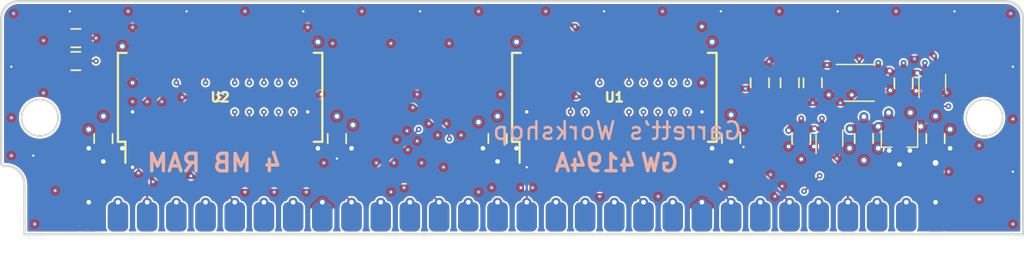
<source format=kicad_pcb>
(kicad_pcb (version 20171130) (host pcbnew "(5.1.10-1-10_14)")
  (layers (0 F.Cu signal) (1 In1.Cu power) (2 In2.Cu signal) (31 B.Cu power) (34 B.Paste user) (35 F.Paste user) (36 B.SilkS user) (37 F.SilkS user) (38 B.Mask user) (39 F.Mask user) (44 Edge.Cuts user))
  (net 0 "")
  (net 1 +5V)
  (net 2 /D0)
  (net 3 /D1)
  (net 4 /~WE~)
  (net 5 /~RAS~)
  (net 6 /~CAS~)
  (net 7 /D2)
  (net 8 /D3)
  (net 9 GND)
  (net 10 /D4)
  (net 11 /D5)
  (net 12 /D6)
  (net 13 /A11)
  (net 14 /D7)
  (net 15 /QP)
  (net 16 /~CASP~)
  (net 17 /DP)
  (net 18 /1A0)
  (net 19 /1A1)
  (net 20 /1A2)
  (net 21 /1A3)
  (net 22 /1A4)
  (net 23 /1A5)
  (net 24 /1A6)
  (net 25 /1A7)
  (net 26 /1A8)
  (net 27 /1A10)
  (net 28 /1A9)
  (net 29 /~RWE~)
  (net 30 /~OE~)
  (net 31 /~WEE~)
  (net 32 "Net-(U4-Pad5)")
  (net 33 +3V3)
  (net 34 "Net-(R3-Pad2)")
  (net 35 "Net-(R4-Pad2)")
  (net 36 "Net-(C9-Pad1)")
  (module stdpads:R_0805 (layer F.Cu) (at 142.2 88.4 90)
    (fp_text reference R4)
    (fp_text value 33)
    (pad 2 smd roundrect (at 0.95 0 90) (size 0.85 1.4) (layers F.Cu F.Paste F.Mask) (net 35 "Net-(R4-Pad2)"))
    (pad 1 smd roundrect (at -0.95 0 90) (size 0.85 1.4) (layers F.Cu F.Paste F.Mask) (net 29 /~RWE~))
  )
  (module stdpads:C_0805 (layer F.Cu) (at 145.8 93.25 270)
    (fp_text reference C6)
    (fp_text value 100n)
    (pad 2 smd roundrect (at 0.85 0 270) (size 1.05 1.4) (layers F.Cu F.Paste F.Mask) (net 9 GND))
    (pad 1 smd roundrect (at -0.85 0 270) (size 1.05 1.4) (layers F.Cu F.Paste F.Mask) (net 33 +3V3))
  )
  (module stdpads:C_0805 (layer F.Cu) (at 151.25 93.25 270)
    (fp_text reference C7 hide)
    (fp_text value 100n hide)
    (pad 1 smd roundrect (at -0.85 0 270) (size 1.05 1.4) (layers F.Cu F.Paste F.Mask) (net 33 +3V3))
    (pad 2 smd roundrect (at 0.85 0 270) (size 1.05 1.4) (layers F.Cu F.Paste F.Mask) (net 9 GND))
  )
  (module stdpads:SIMM-30_Edge (layer F.Cu) (at 120.65 99.822)
    (fp_text reference J1)
    (fp_text value DRAM-SIMM-30)
    (pad 1 smd roundrect (at -36.83 0.254) (size 1.778 2.54) (layers B.Cu B.Mask) (net 1 +5V))
    (pad 1 smd roundrect (at -36.83 0.254) (size 1.778 2.54) (layers F.Cu F.Mask) (net 1 +5V))
    (pad 2 smd roundrect (at -34.29 0.254) (size 1.778 2.54) (layers B.Cu B.Mask) (net 6 /~CAS~))
    (pad 3 smd roundrect (at -31.75 0.254) (size 1.778 2.54) (layers B.Cu B.Mask) (net 2 /D0))
    (pad 4 smd roundrect (at -29.21 0.254) (size 1.778 2.54) (layers B.Cu B.Mask) (net 22 /1A4))
    (pad 5 smd roundrect (at -26.67 0.254) (size 1.778 2.54) (layers B.Cu B.Mask) (net 21 /1A3))
    (pad 6 smd roundrect (at -24.13 0.254) (size 1.778 2.54) (layers B.Cu B.Mask) (net 3 /D1))
    (pad 7 smd roundrect (at -21.59 0.254) (size 1.778 2.54) (layers B.Cu B.Mask) (net 23 /1A5))
    (pad 8 smd roundrect (at -19.05 0.254) (size 1.778 2.54) (layers B.Cu B.Mask) (net 20 /1A2))
    (pad 9 smd roundrect (at -16.51 0.254) (size 1.778 2.54) (layers B.Cu B.Mask) (net 9 GND))
    (pad 10 smd roundrect (at -13.97 0.254) (size 1.778 2.54) (layers B.Cu B.Mask) (net 7 /D2))
    (pad 11 smd roundrect (at -11.43 0.254) (size 1.778 2.54) (layers B.Cu B.Mask) (net 24 /1A6))
    (pad 12 smd roundrect (at -8.89 0.254) (size 1.778 2.54) (layers B.Cu B.Mask) (net 19 /1A1))
    (pad 13 smd roundrect (at -6.35 0.254) (size 1.778 2.54) (layers B.Cu B.Mask) (net 8 /D3))
    (pad 14 smd roundrect (at -3.81 0.254) (size 1.778 2.54) (layers B.Cu B.Mask) (net 25 /1A7))
    (pad 15 smd roundrect (at -1.27 0.254) (size 1.778 2.54) (layers B.Cu B.Mask) (net 18 /1A0))
    (pad 16 smd roundrect (at 1.27 0.254) (size 1.778 2.54) (layers B.Cu B.Mask) (net 10 /D4))
    (pad 17 smd roundrect (at 3.81 0.254) (size 1.778 2.54) (layers B.Cu B.Mask) (net 26 /1A8))
    (pad 18 smd roundrect (at 6.35 0.254) (size 1.778 2.54) (layers B.Cu B.Mask) (net 27 /1A10))
    (pad 19 smd roundrect (at 8.89 0.254) (size 1.778 2.54) (layers B.Cu B.Mask) (net 28 /1A9))
    (pad 20 smd roundrect (at 11.43 0.254) (size 1.778 2.54) (layers B.Cu B.Mask) (net 11 /D5))
    (pad 21 smd roundrect (at 13.97 0.254) (size 1.778 2.54) (layers B.Cu B.Mask) (net 4 /~WE~))
    (pad 22 smd roundrect (at 16.51 0.254) (size 1.778 2.54) (layers B.Cu B.Mask) (net 9 GND))
    (pad 23 smd roundrect (at 19.05 0.254) (size 1.778 2.54) (layers B.Cu B.Mask) (net 12 /D6))
    (pad 24 smd roundrect (at 21.59 0.254) (size 1.778 2.54) (layers B.Cu B.Mask) (net 13 /A11))
    (pad 25 smd roundrect (at 24.13 0.254) (size 1.778 2.54) (layers B.Cu B.Mask) (net 14 /D7))
    (pad 26 smd roundrect (at 26.67 0.254) (size 1.778 2.54) (layers B.Cu B.Mask) (net 15 /QP))
    (pad 27 smd roundrect (at 29.21 0.254) (size 1.778 2.54) (layers B.Cu B.Mask) (net 5 /~RAS~))
    (pad 28 smd roundrect (at 31.75 0.254) (size 1.778 2.54) (layers B.Cu B.Mask) (net 16 /~CASP~))
    (pad 29 smd roundrect (at 34.29 0.254) (size 1.778 2.54) (layers B.Cu B.Mask) (net 17 /DP))
    (pad 30 smd roundrect (at 36.83 0.254) (size 1.778 2.54) (layers B.Cu B.Mask) (net 1 +5V))
    (pad 2 smd roundrect (at -34.29 0.254) (size 1.778 2.54) (layers F.Cu F.Mask) (net 6 /~CAS~))
    (pad 3 thru_hole circle (at -31.75 -1.016) (size 0.8 0.8) (drill 0.4) (layers *.Cu *.Mask) (net 2 /D0))
    (pad 11 smd roundrect (at -11.43 0.254) (size 1.778 2.54) (layers F.Cu F.Mask) (net 24 /1A6))
    (pad 5 smd roundrect (at -26.67 0.254) (size 1.778 2.54) (layers F.Cu F.Mask) (net 21 /1A3))
    (pad 12 smd roundrect (at -8.89 0.254) (size 1.778 2.54) (layers F.Cu F.Mask) (net 19 /1A1))
    (pad 26 smd roundrect (at 26.67 0.254) (size 1.778 2.54) (layers F.Cu F.Mask) (net 15 /QP))
    (pad 13 smd roundrect (at -6.35 0.254) (size 1.778 2.54) (layers F.Cu F.Mask) (net 8 /D3))
    (pad 14 smd roundrect (at -3.81 0.254) (size 1.778 2.54) (layers F.Cu F.Mask) (net 25 /1A7))
    (pad 4 smd roundrect (at -29.21 0.254) (size 1.778 2.54) (layers F.Cu F.Mask) (net 22 /1A4))
    (pad 29 smd roundrect (at 34.29 0.254) (size 1.778 2.54) (layers F.Cu F.Mask) (net 17 /DP))
    (pad 3 smd roundrect (at -31.75 0.254) (size 1.778 2.54) (layers F.Cu F.Mask) (net 2 /D0))
    (pad 24 smd roundrect (at 21.59 0.254) (size 1.778 2.54) (layers F.Cu F.Mask) (net 13 /A11))
    (pad 16 smd roundrect (at 1.27 0.254) (size 1.778 2.54) (layers F.Cu F.Mask) (net 10 /D4))
    (pad 20 smd roundrect (at 11.43 0.254) (size 1.778 2.54) (layers F.Cu F.Mask) (net 11 /D5))
    (pad 23 smd roundrect (at 19.05 0.254) (size 1.778 2.54) (layers F.Cu F.Mask) (net 12 /D6))
    (pad 9 smd roundrect (at -16.51 0.254) (size 1.778 2.54) (layers F.Cu F.Mask) (net 9 GND))
    (pad 18 smd roundrect (at 6.35 0.254) (size 1.778 2.54) (layers F.Cu F.Mask) (net 27 /1A10))
    (pad 21 smd roundrect (at 13.97 0.254) (size 1.778 2.54) (layers F.Cu F.Mask) (net 4 /~WE~))
    (pad 19 smd roundrect (at 8.89 0.254) (size 1.778 2.54) (layers F.Cu F.Mask) (net 28 /1A9))
    (pad 10 smd roundrect (at -13.97 0.254) (size 1.778 2.54) (layers F.Cu F.Mask) (net 7 /D2))
    (pad 22 smd roundrect (at 16.51 0.254) (size 1.778 2.54) (layers F.Cu F.Mask) (net 9 GND))
    (pad 6 smd roundrect (at -24.13 0.254) (size 1.778 2.54) (layers F.Cu F.Mask) (net 3 /D1))
    (pad 17 smd roundrect (at 3.81 0.254) (size 1.778 2.54) (layers F.Cu F.Mask) (net 26 /1A8))
    (pad 7 smd roundrect (at -21.59 0.254) (size 1.778 2.54) (layers F.Cu F.Mask) (net 23 /1A5))
    (pad 8 smd roundrect (at -19.05 0.254) (size 1.778 2.54) (layers F.Cu F.Mask) (net 20 /1A2))
    (pad 27 smd roundrect (at 29.21 0.254) (size 1.778 2.54) (layers F.Cu F.Mask) (net 5 /~RAS~))
    (pad 28 smd roundrect (at 31.75 0.254) (size 1.778 2.54) (layers F.Cu F.Mask) (net 16 /~CASP~))
    (pad 30 smd roundrect (at 36.83 0.254) (size 1.778 2.54) (layers F.Cu F.Mask) (net 1 +5V))
    (pad 15 smd roundrect (at -1.27 0.254) (size 1.778 2.54) (layers F.Cu F.Mask) (net 18 /1A0))
    (pad 25 smd roundrect (at 24.13 0.254) (size 1.778 2.54) (layers F.Cu F.Mask) (net 14 /D7))
    (pad 2 thru_hole circle (at -34.29 -1.016) (size 0.8 0.8) (drill 0.4) (layers *.Cu *.Mask) (net 6 /~CAS~))
    (pad 1 thru_hole circle (at -36.83 -1.016) (size 0.8 0.8) (drill 0.4) (layers *.Cu *.Mask) (net 1 +5V))
    (pad 5 thru_hole circle (at -26.67 -1.016) (size 0.8 0.8) (drill 0.4) (layers *.Cu *.Mask) (net 21 /1A3))
    (pad 4 thru_hole circle (at -29.21 -1.016) (size 0.8 0.8) (drill 0.4) (layers *.Cu *.Mask) (net 22 /1A4))
    (pad 6 thru_hole circle (at -24.13 -1.016) (size 0.8 0.8) (drill 0.4) (layers *.Cu *.Mask) (net 3 /D1))
    (pad 7 thru_hole circle (at -21.59 -1.016) (size 0.8 0.8) (drill 0.4) (layers *.Cu *.Mask) (net 23 /1A5))
    (pad 9 thru_hole circle (at -16.51 -1.016) (size 0.8 0.8) (drill 0.4) (layers *.Cu *.Mask) (net 9 GND))
    (pad 8 thru_hole circle (at -19.05 -1.016) (size 0.8 0.8) (drill 0.4) (layers *.Cu *.Mask) (net 20 /1A2))
    (pad 11 thru_hole circle (at -11.43 -1.016) (size 0.8 0.8) (drill 0.4) (layers *.Cu *.Mask) (net 24 /1A6))
    (pad 10 thru_hole circle (at -13.97 -1.016) (size 0.8 0.8) (drill 0.4) (layers *.Cu *.Mask) (net 7 /D2))
    (pad 12 thru_hole circle (at -8.89 -1.016) (size 0.8 0.8) (drill 0.4) (layers *.Cu *.Mask) (net 19 /1A1))
    (pad 14 thru_hole circle (at -3.81 -1.016) (size 0.8 0.8) (drill 0.4) (layers *.Cu *.Mask) (net 25 /1A7))
    (pad 13 thru_hole circle (at -6.35 -1.016) (size 0.8 0.8) (drill 0.4) (layers *.Cu *.Mask) (net 8 /D3))
    (pad 15 thru_hole circle (at -1.27 -1.016) (size 0.8 0.8) (drill 0.4) (layers *.Cu *.Mask) (net 18 /1A0))
    (pad 17 thru_hole circle (at 3.81 -1.016) (size 0.8 0.8) (drill 0.4) (layers *.Cu *.Mask) (net 26 /1A8))
    (pad 16 thru_hole circle (at 1.27 -1.016) (size 0.8 0.8) (drill 0.4) (layers *.Cu *.Mask) (net 10 /D4))
    (pad 18 thru_hole circle (at 6.35 -1.016) (size 0.8 0.8) (drill 0.4) (layers *.Cu *.Mask) (net 27 /1A10))
    (pad 27 thru_hole circle (at 29.21 -1.016) (size 0.8 0.8) (drill 0.4) (layers *.Cu *.Mask) (net 5 /~RAS~))
    (pad 26 thru_hole circle (at 26.67 -1.016) (size 0.8 0.8) (drill 0.4) (layers *.Cu *.Mask) (net 15 /QP))
    (pad 28 thru_hole circle (at 31.75 -1.016) (size 0.8 0.8) (drill 0.4) (layers *.Cu *.Mask) (net 16 /~CASP~))
    (pad 21 thru_hole circle (at 13.97 -1.016) (size 0.8 0.8) (drill 0.4) (layers *.Cu *.Mask) (net 4 /~WE~))
    (pad 20 thru_hole circle (at 11.43 -1.016) (size 0.8 0.8) (drill 0.4) (layers *.Cu *.Mask) (net 11 /D5))
    (pad 22 thru_hole circle (at 16.51 -1.016) (size 0.8 0.8) (drill 0.4) (layers *.Cu *.Mask) (net 9 GND))
    (pad 24 thru_hole circle (at 21.59 -1.016) (size 0.8 0.8) (drill 0.4) (layers *.Cu *.Mask) (net 13 /A11))
    (pad 23 thru_hole circle (at 19.05 -1.016) (size 0.8 0.8) (drill 0.4) (layers *.Cu *.Mask) (net 12 /D6))
    (pad 25 thru_hole circle (at 24.13 -1.016) (size 0.8 0.8) (drill 0.4) (layers *.Cu *.Mask) (net 14 /D7))
    (pad 19 thru_hole circle (at 8.89 -1.016) (size 0.8 0.8) (drill 0.4) (layers *.Cu *.Mask) (net 28 /1A9))
    (pad 29 thru_hole circle (at 34.29 -1.016) (size 0.8 0.8) (drill 0.4) (layers *.Cu *.Mask) (net 17 /DP))
    (pad 30 thru_hole circle (at 36.83 -1.016) (size 0.8 0.8) (drill 0.4) (layers *.Cu *.Mask) (net 1 +5V))
  )
  (module stdpads:C_0805 (layer F.Cu) (at 85.09 93.257 90)
    (fp_text reference C1 hide)
    (fp_text value 100n hide)
    (pad 1 smd roundrect (at -0.85 0 90) (size 1.05 1.4) (layers F.Cu F.Paste F.Mask) (net 1 +5V))
    (pad 2 smd roundrect (at 0.85 0 90) (size 1.05 1.4) (layers F.Cu F.Paste F.Mask) (net 9 GND))
  )
  (module stdpads:C_0805 (layer F.Cu) (at 105.41 93.257 90)
    (fp_text reference C2 hide)
    (fp_text value 100n hide)
    (pad 2 smd roundrect (at 0.85 0 90) (size 1.05 1.4) (layers F.Cu F.Paste F.Mask) (net 9 GND))
    (pad 1 smd roundrect (at -0.85 0 90) (size 1.05 1.4) (layers F.Cu F.Paste F.Mask) (net 1 +5V))
  )
  (module stdpads:C_0805 (layer F.Cu) (at 119.38 93.257 90)
    (fp_text reference C3 hide)
    (fp_text value 100n hide)
    (pad 1 smd roundrect (at -0.85 0 90) (size 1.05 1.4) (layers F.Cu F.Paste F.Mask) (net 1 +5V))
    (pad 2 smd roundrect (at 0.85 0 90) (size 1.05 1.4) (layers F.Cu F.Paste F.Mask) (net 9 GND))
  )
  (module stdpads:C_0805 (layer F.Cu) (at 157.48 93.257 90)
    (fp_text reference C5 hide)
    (fp_text value 100n hide)
    (pad 1 smd roundrect (at -0.85 0 90) (size 1.05 1.4) (layers F.Cu F.Paste F.Mask) (net 1 +5V))
    (pad 2 smd roundrect (at 0.85 0 90) (size 1.05 1.4) (layers F.Cu F.Paste F.Mask) (net 9 GND))
  )
  (module stdpads:C_0805 (layer F.Cu) (at 139.7 93.257 90)
    (fp_text reference C4 hide)
    (fp_text value 100n hide)
    (pad 1 smd roundrect (at -0.85 0 90) (size 1.05 1.4) (layers F.Cu F.Paste F.Mask) (net 1 +5V))
    (pad 2 smd roundrect (at 0.85 0 90) (size 1.05 1.4) (layers F.Cu F.Paste F.Mask) (net 9 GND))
  )
  (module stdpads:R_0805 (layer F.Cu) (at 82.7 86.5 180)
    (fp_text reference R1)
    (fp_text value EDO)
    (pad 2 smd roundrect (at 0.95 0 180) (size 0.85 1.4) (layers F.Cu F.Paste F.Mask) (net 30 /~OE~))
    (pad 1 smd roundrect (at -0.95 0 180) (size 0.85 1.4) (layers F.Cu F.Paste F.Mask) (net 6 /~CAS~))
  )
  (module stdpads:R_0805 (layer F.Cu) (at 82.7 84.5)
    (fp_text reference R2)
    (fp_text value FPM)
    (pad 1 smd roundrect (at -0.95 0) (size 0.85 1.4) (layers F.Cu F.Paste F.Mask) (net 30 /~OE~))
    (pad 2 smd roundrect (at 0.95 0) (size 0.85 1.4) (layers F.Cu F.Paste F.Mask) (net 9 GND))
  )
  (module stdpads:SOT-23 (layer F.Cu) (at 154.35 93.25 90)
    (fp_text reference U6)
    (fp_text value XC6206PxxxMR)
    (pad 3 smd roundrect (at -1.05 0 270) (size 1.35 0.8) (layers F.Cu F.Paste F.Mask) (net 1 +5V))
    (pad 2 smd roundrect (at 1.05 -0.95 270) (size 1.35 0.8) (layers F.Cu F.Paste F.Mask) (net 33 +3V3))
    (pad 1 smd roundrect (at 1.05 0.95 270) (size 1.35 0.8) (layers F.Cu F.Paste F.Mask) (net 9 GND))
  )
  (module stdpads:C_0805 (layer F.Cu) (at 154.7 88.4 270)
    (fp_text reference C8)
    (fp_text value 100n)
    (pad 1 smd roundrect (at -0.85 0 270) (size 1.05 1.4) (layers F.Cu F.Paste F.Mask) (net 33 +3V3))
    (pad 2 smd roundrect (at 0.85 0 270) (size 1.05 1.4) (layers F.Cu F.Paste F.Mask) (net 9 GND))
  )
  (module stdpads:C_0805 (layer F.Cu) (at 146.8 88.4 270)
    (fp_text reference C9)
    (fp_text value 18p)
    (pad 2 smd roundrect (at 0.85 0 270) (size 1.05 1.4) (layers F.Cu F.Paste F.Mask) (net 9 GND))
    (pad 1 smd roundrect (at -0.85 0 270) (size 1.05 1.4) (layers F.Cu F.Paste F.Mask) (net 36 "Net-(C9-Pad1)"))
  )
  (module stdpads:SOT-353 (layer F.Cu) (at 148.25 93.25 270)
    (fp_text reference U3)
    (fp_text value 74LVC1G04)
    (pad 5 smd roundrect (at -0.85 0.65 90) (size 1 0.4) (layers F.Cu F.Paste F.Mask) (net 33 +3V3))
    (pad 4 smd roundrect (at -0.85 -0.65 90) (size 1 0.4) (layers F.Cu F.Paste F.Mask) (net 34 "Net-(R3-Pad2)"))
    (pad 2 smd roundrect (at 0.85 0 90) (size 1 0.4) (layers F.Cu F.Paste F.Mask) (net 5 /~RAS~))
    (pad 1 smd roundrect (at 0.85 0.65 90) (size 1 0.4) (layers F.Cu F.Paste F.Mask))
    (pad 3 smd roundrect (at 0.85 -0.65 90) (size 1 0.4) (layers F.Cu F.Paste F.Mask) (net 9 GND))
  )
  (module stdpads:NXP_TSSOP-8_3x3mm_P0.65mm (layer F.Cu) (at 150.85 88.4)
    (fp_text reference U4)
    (fp_text value 74LVC1G74DC)
    (pad 1 smd roundrect (at -1.65 -1.05) (size 1.15 0.6) (layers F.Cu F.Paste F.Mask) (net 36 "Net-(C9-Pad1)"))
    (pad 2 smd roundrect (at -1.65 -0.325) (size 1.15 0.4) (layers F.Cu F.Paste F.Mask) (net 6 /~CAS~))
    (pad 3 smd roundrect (at -1.65 0.325) (size 1.15 0.4) (layers F.Cu F.Paste F.Mask) (net 31 /~WEE~))
    (pad 4 smd roundrect (at -1.65 1.05) (size 1.15 0.6) (layers F.Cu F.Paste F.Mask) (net 9 GND))
    (pad 5 smd roundrect (at 1.65 1.05) (size 1.15 0.6) (layers F.Cu F.Paste F.Mask) (net 32 "Net-(U4-Pad5)"))
    (pad 6 smd roundrect (at 1.65 0.325) (size 1.15 0.45) (layers F.Cu F.Paste F.Mask) (net 34 "Net-(R3-Pad2)"))
    (pad 7 smd roundrect (at 1.65 -0.325) (size 1.15 0.45) (layers F.Cu F.Paste F.Mask) (net 33 +3V3))
    (pad 8 smd roundrect (at 1.65 -1.05) (size 1.15 0.6) (layers F.Cu F.Paste F.Mask) (net 33 +3V3))
  )
  (module stdpads:SOT-353 (layer F.Cu) (at 157.2 88.4 270)
    (fp_text reference U5)
    (fp_text value 74LVC1G32)
    (pad 3 smd roundrect (at 0.85 -0.65 90) (size 1 0.4) (layers F.Cu F.Paste F.Mask) (net 9 GND))
    (pad 1 smd roundrect (at 0.85 0.65 90) (size 1 0.4) (layers F.Cu F.Paste F.Mask) (net 4 /~WE~))
    (pad 2 smd roundrect (at 0.85 0 90) (size 1 0.4) (layers F.Cu F.Paste F.Mask) (net 31 /~WEE~))
    (pad 4 smd roundrect (at -0.85 -0.65 90) (size 1 0.4) (layers F.Cu F.Paste F.Mask) (net 35 "Net-(R4-Pad2)"))
    (pad 5 smd roundrect (at -0.85 0.65 90) (size 1 0.4) (layers F.Cu F.Paste F.Mask) (net 33 +3V3))
  )
  (module stdpads:R_0805 (layer F.Cu) (at 144.8 88.4 270)
    (fp_text reference R3)
    (fp_text value 180)
    (pad 1 smd roundrect (at -0.95 0 270) (size 0.85 1.4) (layers F.Cu F.Paste F.Mask) (net 36 "Net-(C9-Pad1)"))
    (pad 2 smd roundrect (at 0.95 0 270) (size 0.85 1.4) (layers F.Cu F.Paste F.Mask) (net 34 "Net-(R3-Pad2)"))
  )
  (module stdpads:SOJ-24-26-300mil (layer F.Cu) (at 129.54 89.662 90)
    (fp_text reference U1)
    (fp_text value AS4C4M4)
    (fp_text user %R (at 0 0) (layer F.SilkS) (effects (font (size 0.8128 0.8128) (thickness 0.2032))))
    (pad 14 smd roundrect (at 3.7 7.62 90) (size 4 0.6) (layers F.Cu F.Paste F.Mask) (net 9 GND))
    (pad 26 smd roundrect (at 3.7 -7.62 90) (size 4 0.6) (layers F.Cu F.Paste F.Mask) (net 9 GND))
    (pad 25 smd roundrect (at 3.7 -6.35 90) (size 4 0.6) (layers F.Cu F.Paste F.Mask) (net 10 /D4))
    (pad 24 smd roundrect (at 3.7 -5.08 90) (size 4 0.6) (layers F.Cu F.Paste F.Mask) (net 12 /D6))
    (pad 23 smd roundrect (at 3.7 -3.81 90) (size 4 0.6) (layers F.Cu F.Paste F.Mask) (net 6 /~CAS~))
    (pad 22 smd roundrect (at 3.7 -2.54 90) (size 4 0.6) (layers F.Cu F.Paste F.Mask) (net 30 /~OE~))
    (pad 18 smd roundrect (at 3.7 2.54 90) (size 4 0.6) (layers F.Cu F.Paste F.Mask) (net 25 /1A7))
    (pad 17 smd roundrect (at 3.7 3.81 90) (size 4 0.6) (layers F.Cu F.Paste F.Mask) (net 24 /1A6))
    (pad 16 smd roundrect (at 3.7 5.08 90) (size 4 0.6) (layers F.Cu F.Paste F.Mask) (net 23 /1A5))
    (pad 15 smd roundrect (at 3.7 6.35 90) (size 4 0.6) (layers F.Cu F.Paste F.Mask) (net 22 /1A4))
    (pad 13 smd roundrect (at -3.7 7.62 90) (size 4 0.6) (layers F.Cu F.Paste F.Mask) (net 1 +5V))
    (pad 12 smd roundrect (at -3.7 6.35 90) (size 4 0.6) (layers F.Cu F.Paste F.Mask) (net 21 /1A3))
    (pad 11 smd roundrect (at -3.7 5.08 90) (size 4 0.6) (layers F.Cu F.Paste F.Mask) (net 20 /1A2))
    (pad 10 smd roundrect (at -3.7 3.81 90) (size 4 0.6) (layers F.Cu F.Paste F.Mask) (net 19 /1A1))
    (pad 9 smd roundrect (at -3.7 2.54 90) (size 4 0.6) (layers F.Cu F.Paste F.Mask) (net 18 /1A0))
    (pad 5 smd roundrect (at -3.7 -2.54 90) (size 4 0.6) (layers F.Cu F.Paste F.Mask) (net 5 /~RAS~))
    (pad 4 smd roundrect (at -3.7 -3.81 90) (size 4 0.6) (layers F.Cu F.Paste F.Mask) (net 29 /~RWE~))
    (pad 3 smd roundrect (at -3.7 -5.08 90) (size 4 0.6) (layers F.Cu F.Paste F.Mask) (net 14 /D7))
    (pad 2 smd roundrect (at -3.7 -6.35 90) (size 4 0.6) (layers F.Cu F.Paste F.Mask) (net 11 /D5))
    (pad 1 smd roundrect (at -3.7 -7.62 90) (size 4 0.6) (layers F.Cu F.Paste F.Mask) (net 1 +5V))
    (pad 21 smd roundrect (at 3.7 -1.27 90) (size 4 0.6) (layers F.Cu F.Paste F.Mask) (net 28 /1A9))
    (pad 6 smd roundrect (at -3.7 -1.27 90) (size 4 0.6) (layers F.Cu F.Paste F.Mask))
    (pad 19 smd roundrect (at 3.7 1.27 90) (size 4 0.6) (layers F.Cu F.Paste F.Mask) (net 26 /1A8))
    (pad 8 smd roundrect (at -3.7 1.27 90) (size 4 0.6) (layers F.Cu F.Paste F.Mask) (net 27 /1A10))
  )
  (module stdpads:SOJ-24-26-300mil (layer F.Cu) (at 95.25 89.662 90)
    (fp_text reference U2)
    (fp_text value AS4C4M4)
    (fp_text user %R (at 0 0) (layer F.SilkS) (effects (font (size 0.8128 0.8128) (thickness 0.2032))))
    (pad 8 smd roundrect (at -3.7 1.27 90) (size 4 0.6) (layers F.Cu F.Paste F.Mask) (net 21 /1A3))
    (pad 19 smd roundrect (at 3.7 1.27 90) (size 4 0.6) (layers F.Cu F.Paste F.Mask) (net 23 /1A5))
    (pad 6 smd roundrect (at -3.7 -1.27 90) (size 4 0.6) (layers F.Cu F.Paste F.Mask))
    (pad 21 smd roundrect (at 3.7 -1.27 90) (size 4 0.6) (layers F.Cu F.Paste F.Mask) (net 22 /1A4))
    (pad 1 smd roundrect (at -3.7 -7.62 90) (size 4 0.6) (layers F.Cu F.Paste F.Mask) (net 1 +5V))
    (pad 2 smd roundrect (at -3.7 -6.35 90) (size 4 0.6) (layers F.Cu F.Paste F.Mask) (net 3 /D1))
    (pad 3 smd roundrect (at -3.7 -5.08 90) (size 4 0.6) (layers F.Cu F.Paste F.Mask) (net 8 /D3))
    (pad 4 smd roundrect (at -3.7 -3.81 90) (size 4 0.6) (layers F.Cu F.Paste F.Mask) (net 29 /~RWE~))
    (pad 5 smd roundrect (at -3.7 -2.54 90) (size 4 0.6) (layers F.Cu F.Paste F.Mask) (net 5 /~RAS~))
    (pad 9 smd roundrect (at -3.7 2.54 90) (size 4 0.6) (layers F.Cu F.Paste F.Mask) (net 20 /1A2))
    (pad 10 smd roundrect (at -3.7 3.81 90) (size 4 0.6) (layers F.Cu F.Paste F.Mask) (net 19 /1A1))
    (pad 11 smd roundrect (at -3.7 5.08 90) (size 4 0.6) (layers F.Cu F.Paste F.Mask) (net 18 /1A0))
    (pad 12 smd roundrect (at -3.7 6.35 90) (size 4 0.6) (layers F.Cu F.Paste F.Mask) (net 27 /1A10))
    (pad 13 smd roundrect (at -3.7 7.62 90) (size 4 0.6) (layers F.Cu F.Paste F.Mask) (net 1 +5V))
    (pad 15 smd roundrect (at 3.7 6.35 90) (size 4 0.6) (layers F.Cu F.Paste F.Mask) (net 28 /1A9))
    (pad 16 smd roundrect (at 3.7 5.08 90) (size 4 0.6) (layers F.Cu F.Paste F.Mask) (net 26 /1A8))
    (pad 17 smd roundrect (at 3.7 3.81 90) (size 4 0.6) (layers F.Cu F.Paste F.Mask) (net 25 /1A7))
    (pad 18 smd roundrect (at 3.7 2.54 90) (size 4 0.6) (layers F.Cu F.Paste F.Mask) (net 24 /1A6))
    (pad 22 smd roundrect (at 3.7 -2.54 90) (size 4 0.6) (layers F.Cu F.Paste F.Mask) (net 30 /~OE~))
    (pad 23 smd roundrect (at 3.7 -3.81 90) (size 4 0.6) (layers F.Cu F.Paste F.Mask) (net 6 /~CAS~))
    (pad 24 smd roundrect (at 3.7 -5.08 90) (size 4 0.6) (layers F.Cu F.Paste F.Mask) (net 7 /D2))
    (pad 25 smd roundrect (at 3.7 -6.35 90) (size 4 0.6) (layers F.Cu F.Paste F.Mask) (net 2 /D0))
    (pad 26 smd roundrect (at 3.7 -7.62 90) (size 4 0.6) (layers F.Cu F.Paste F.Mask) (net 9 GND))
    (pad 14 smd roundrect (at 3.7 7.62 90) (size 4 0.6) (layers F.Cu F.Paste F.Mask) (net 9 GND))
  )
  (gr_text "Garrett’s Workshop" (at 129.794 92.583) (layer B.SilkS) (effects (font (size 1.524 1.524) (thickness 0.225)) (justify mirror)))
  (gr_arc (start 76.454 95.377) (end 76.2 95.377) (angle -90) (layer Edge.Cuts) (width 0.2))
  (gr_arc (start 77.724 82.804) (end 77.724 81.28) (angle -90) (layer Edge.Cuts) (width 0.2))
  (gr_arc (start 163.576 82.804) (end 165.1 82.804) (angle -90) (layer Edge.Cuts) (width 0.2))
  (gr_text 4194A (at 127.889 95.377) (layer B.SilkS) (effects (font (size 1.5 1.5) (thickness 0.3)) (justify mirror)))
  (gr_text GW (at 133.477 95.377) (layer B.SilkS) (effects (font (size 1.5 1.5) (thickness 0.3)) (justify mirror)))
  (gr_text "4 MB RAM" (at 94.742 95.377) (layer B.SilkS) (effects (font (size 1.524 1.524) (thickness 0.3)) (justify mirror)))
  (gr_line (start 76.581 95.631) (end 76.454 95.631) (layer Edge.Cuts) (width 0.2))
  (gr_line (start 78.232 101.6) (end 78.232 97.282) (layer Edge.Cuts) (width 0.2))
  (gr_circle (center 79.5655 91.44) (end 77.978 91.44) (layer Edge.Cuts) (width 0.15))
  (gr_circle (center 161.7345 91.44) (end 163.322 91.44) (layer Edge.Cuts) (width 0.15))
  (gr_line (start 76.2 95.377) (end 76.2 82.804) (layer Edge.Cuts) (width 0.2))
  (gr_arc (start 76.581 97.282) (end 78.232 97.282) (angle -90) (layer Edge.Cuts) (width 0.2))
  (gr_line (start 165.1 82.804) (end 165.1 101.6) (layer Edge.Cuts) (width 0.2))
  (gr_line (start 77.724 81.28) (end 163.576 81.28) (layer Edge.Cuts) (width 0.2))
  (gr_line (start 165.1 101.6) (end 78.232 101.6) (layer Edge.Cuts) (width 0.2))
  (via (at 86.741 94.107) (size 0.8) (drill 0.4) (layers F.Cu B.Cu) (net 1))
  (segment (start 87.625 94.107) (end 87.63 94.112) (width 0.508) (layer F.Cu) (net 1))
  (segment (start 86.741 94.107) (end 87.625 94.107) (width 0.508) (layer F.Cu) (net 1))
  (via (at 121.031 94.107) (size 0.8) (drill 0.4) (layers F.Cu B.Cu) (net 1))
  (via (at 138.049 94.107) (size 0.8) (drill 0.4) (layers F.Cu B.Cu) (net 1))
  (segment (start 102.875 94.107) (end 102.87 94.112) (width 0.508) (layer F.Cu) (net 1))
  (segment (start 121.915 94.107) (end 121.92 94.112) (width 0.508) (layer F.Cu) (net 1))
  (segment (start 121.031 94.107) (end 121.915 94.107) (width 0.508) (layer F.Cu) (net 1))
  (segment (start 137.165 94.107) (end 137.16 94.112) (width 0.508) (layer F.Cu) (net 1))
  (segment (start 138.049 94.107) (end 137.165 94.107) (width 0.508) (layer F.Cu) (net 1))
  (segment (start 85.09 94.107) (end 86.741 94.107) (width 0.762) (layer F.Cu) (net 1))
  (via (at 83.82 94.107) (size 0.8) (drill 0.4) (layers F.Cu B.Cu) (net 1))
  (segment (start 85.09 94.107) (end 83.82 94.107) (width 0.762) (layer F.Cu) (net 1))
  (via (at 85.09 95.25) (size 0.8) (drill 0.4) (layers F.Cu B.Cu) (net 1))
  (segment (start 85.09 94.107) (end 85.09 95.25) (width 0.762) (layer F.Cu) (net 1))
  (segment (start 103.759 94.107) (end 102.875 94.107) (width 0.508) (layer F.Cu) (net 1))
  (via (at 103.759 94.107) (size 0.8) (drill 0.4) (layers F.Cu B.Cu) (net 1))
  (via (at 106.68 94.107) (size 0.8) (drill 0.4) (layers F.Cu B.Cu) (net 1))
  (segment (start 105.41 94.107) (end 106.68 94.107) (width 0.762) (layer F.Cu) (net 1))
  (segment (start 105.41 94.107) (end 103.759 94.107) (width 0.762) (layer F.Cu) (net 1))
  (via (at 118.11 94.107) (size 0.8) (drill 0.4) (layers F.Cu B.Cu) (net 1))
  (segment (start 119.38 94.107) (end 118.11 94.107) (width 0.762) (layer F.Cu) (net 1))
  (segment (start 119.38 94.107) (end 121.031 94.107) (width 0.762) (layer F.Cu) (net 1))
  (via (at 119.38 95.25) (size 0.8) (drill 0.4) (layers F.Cu B.Cu) (net 1))
  (segment (start 119.38 94.107) (end 119.38 95.25) (width 0.762) (layer F.Cu) (net 1))
  (via (at 105.41 94.996) (size 0.508) (drill 0.2) (layers F.Cu B.Cu) (net 1))
  (segment (start 105.41 94.107) (end 105.41 94.996) (width 0.508) (layer F.Cu) (net 1))
  (segment (start 139.7 94.107) (end 138.049 94.107) (width 0.762) (layer F.Cu) (net 1))
  (via (at 139.7 95.25) (size 0.8) (drill 0.4) (layers F.Cu B.Cu) (net 1))
  (segment (start 139.7 94.107) (end 139.7 95.25) (width 0.762) (layer F.Cu) (net 1))
  (segment (start 157.48 98.806) (end 157.48 95.377) (width 1.27) (layer F.Cu) (net 1))
  (segment (start 157.48 95.377) (end 157.48 94.107) (width 0.762) (layer F.Cu) (net 1))
  (via (at 158.75 94.107) (size 0.8) (drill 0.4) (layers F.Cu B.Cu) (net 1))
  (segment (start 157.48 94.107) (end 158.75 94.107) (width 0.8) (layer F.Cu) (net 1))
  (via (at 157.48 95.377) (size 1) (drill 0.5) (layers F.Cu B.Cu) (net 1))
  (via (at 140.7795 93.98) (size 0.508) (drill 0.2) (layers F.Cu B.Cu) (net 1))
  (segment (start 140.6525 94.107) (end 140.7795 93.98) (width 0.508) (layer F.Cu) (net 1))
  (segment (start 139.7 94.107) (end 140.6525 94.107) (width 0.508) (layer F.Cu) (net 1))
  (via (at 153.45 94.3) (size 0.8) (drill 0.4) (layers F.Cu B.Cu) (net 1))
  (segment (start 154.35 94.3) (end 153.45 94.3) (width 0.8) (layer F.Cu) (net 1))
  (segment (start 154.35 94.3) (end 155.25 94.3) (width 0.8) (layer F.Cu) (net 1))
  (via (at 155.25 94.3) (size 0.8) (drill 0.4) (layers F.Cu B.Cu) (net 1))
  (via (at 154.35 95.5) (size 0.8) (drill 0.4) (layers F.Cu B.Cu) (net 1))
  (segment (start 154.35 94.3) (end 154.35 95.5) (width 0.8) (layer F.Cu) (net 1))
  (via (at 121.92 90.932) (size 0.6) (drill 0.3) (layers F.Cu B.Cu) (net 1))
  (segment (start 121.92 94.112) (end 121.92 90.932) (width 0.6) (layer F.Cu) (net 1))
  (via (at 137.16 90.932) (size 0.6) (drill 0.3) (layers F.Cu B.Cu) (net 1))
  (segment (start 137.16 94.112) (end 137.16 90.932) (width 0.6) (layer F.Cu) (net 1))
  (via (at 121.92 95.758) (size 0.508) (drill 0.2) (layers F.Cu B.Cu) (net 1))
  (segment (start 121.92 94.112) (end 121.92 95.758) (width 0.508) (layer F.Cu) (net 1))
  (via (at 102.87 90.932) (size 0.6) (drill 0.3) (layers F.Cu B.Cu) (net 1))
  (segment (start 102.87 94.112) (end 102.87 90.932) (width 0.6) (layer F.Cu) (net 1))
  (via (at 87.63 90.932) (size 0.6) (drill 0.3) (layers F.Cu B.Cu) (net 1))
  (segment (start 87.63 94.112) (end 87.63 90.932) (width 0.6) (layer F.Cu) (net 1))
  (via (at 87.63 95.758) (size 0.6) (drill 0.3) (layers F.Cu B.Cu) (net 1))
  (segment (start 87.63 94.112) (end 87.63 95.758) (width 0.6) (layer F.Cu) (net 1))
  (via (at 159.131 82.169) (size 0.508) (drill 0.2) (layers F.Cu B.Cu) (net 1))
  (via (at 148.971 82.169) (size 0.508) (drill 0.2) (layers F.Cu B.Cu) (net 1))
  (via (at 92.329 82.169) (size 0.508) (drill 0.2) (layers F.Cu B.Cu) (net 1))
  (via (at 102.489 82.169) (size 0.508) (drill 0.2) (layers F.Cu B.Cu) (net 1))
  (via (at 138.811 82.169) (size 0.508) (drill 0.2) (layers F.Cu B.Cu) (net 1))
  (via (at 128.651 82.169) (size 0.508) (drill 0.2) (layers F.Cu B.Cu) (net 1))
  (via (at 112.649 82.169) (size 0.508) (drill 0.2) (layers F.Cu B.Cu) (net 1))
  (via (at 82.169 82.169) (size 0.508) (drill 0.2) (layers F.Cu B.Cu) (net 1))
  (via (at 77.089 86.995) (size 0.508) (drill 0.2) (layers F.Cu B.Cu) (net 1))
  (via (at 164.211 86.995) (size 0.508) (drill 0.2) (layers F.Cu B.Cu) (net 1))
  (via (at 164.211 96.139) (size 0.508) (drill 0.2) (layers F.Cu B.Cu) (net 1))
  (via (at 78.994 94.742) (size 0.508) (drill 0.2) (layers F.Cu B.Cu) (net 1))
  (segment (start 155.443 94.107) (end 155.25 94.3) (width 0.8) (layer F.Cu) (net 1))
  (segment (start 157.48 94.107) (end 155.443 94.107) (width 0.8) (layer F.Cu) (net 1))
  (segment (start 88.9 89.281) (end 88.9 85.962) (width 0.1524) (layer F.Cu) (net 2))
  (segment (start 88.265 89.916) (end 88.9 89.281) (width 0.1524) (layer F.Cu) (net 2))
  (segment (start 88.265 95.631) (end 88.265 89.916) (width 0.1524) (layer F.Cu) (net 2))
  (segment (start 88.9 96.266) (end 88.265 95.631) (width 0.1524) (layer F.Cu) (net 2))
  (segment (start 88.9 98.806) (end 88.9 96.266) (width 0.1524) (layer F.Cu) (net 2))
  (segment (start 88.9 95.758) (end 88.9 94.112) (width 0.1524) (layer F.Cu) (net 3))
  (segment (start 95.504 97.79) (end 90.932 97.79) (width 0.1524) (layer F.Cu) (net 3))
  (segment (start 96.52 98.806) (end 95.504 97.79) (width 0.1524) (layer F.Cu) (net 3))
  (segment (start 90.932 97.79) (end 88.9 95.758) (width 0.1524) (layer F.Cu) (net 3))
  (via (at 146.05 97.8535) (size 0.508) (drill 0.2) (layers F.Cu B.Cu) (net 4))
  (segment (start 156.55 89.25) (end 156.55 90.2) (width 0.1524) (layer F.Cu) (net 4))
  (via (at 158.6 90.45) (size 0.508) (drill 0.2) (layers F.Cu B.Cu) (net 4))
  (segment (start 156.8 90.45) (end 158.6 90.45) (width 0.1524) (layer F.Cu) (net 4))
  (segment (start 156.55 90.2) (end 156.8 90.45) (width 0.1524) (layer F.Cu) (net 4))
  (segment (start 146.7485 97.155) (end 146.05 97.8535) (width 0.1524) (layer F.Cu) (net 4))
  (segment (start 146.7485 97.1515) (end 146.7485 97.155) (width 0.1524) (layer F.Cu) (net 4))
  (segment (start 147.4 96.5) (end 146.7485 97.1515) (width 0.1524) (layer F.Cu) (net 4))
  (via (at 147.4 96.5) (size 0.508) (drill 0.2) (layers F.Cu B.Cu) (net 4))
  (via (at 127 90.932) (size 0.508) (drill 0.2) (layers F.Cu B.Cu) (net 5))
  (segment (start 127 94.112) (end 127 90.932) (width 0.1524) (layer F.Cu) (net 5))
  (via (at 112.522 92.456) (size 0.508) (drill 0.2) (layers F.Cu B.Cu) (net 5))
  (segment (start 92.71 95.758) (end 92.71 93.362) (width 0.1524) (layer F.Cu) (net 5))
  (segment (start 93.345 96.393) (end 92.71 95.758) (width 0.1524) (layer F.Cu) (net 5))
  (segment (start 108.585 96.393) (end 93.345 96.393) (width 0.1524) (layer F.Cu) (net 5))
  (segment (start 112.522 92.456) (end 108.585 96.393) (width 0.1524) (layer F.Cu) (net 5))
  (segment (start 149.85 100.066) (end 149.86 100.076) (width 0.1524) (layer F.Cu) (net 5))
  (segment (start 148.25 94.1) (end 148.25 95.05) (width 0.1524) (layer F.Cu) (net 5))
  (segment (start 149.86 96.66) (end 149.86 98.806) (width 0.1524) (layer F.Cu) (net 5))
  (segment (start 148.25 95.05) (end 149.86 96.66) (width 0.1524) (layer F.Cu) (net 5))
  (segment (start 91.44 88.392) (end 91.44 85.212) (width 0.1524) (layer F.Cu) (net 6))
  (via (at 91.44 88.392) (size 0.508) (drill 0.2) (layers F.Cu B.Cu) (net 6))
  (via (at 84.45 86.5) (size 0.508) (drill 0.2) (layers F.Cu B.Cu) (net 6))
  (segment (start 84.45 86.5) (end 83.65 86.5) (width 0.1524) (layer F.Cu) (net 6))
  (segment (start 92.329 89.281) (end 91.44 88.392) (width 0.1524) (layer F.Cu) (net 6))
  (segment (start 94.869 89.281) (end 92.329 89.281) (width 0.1524) (layer F.Cu) (net 6))
  (segment (start 95.504 89.154) (end 94.996 89.154) (width 0.1524) (layer F.Cu) (net 6))
  (segment (start 94.996 89.154) (end 94.869 89.281) (width 0.1524) (layer F.Cu) (net 6))
  (segment (start 95.631 89.281) (end 95.504 89.154) (width 0.1524) (layer F.Cu) (net 6))
  (segment (start 103.759 88.8365) (end 103.3145 89.281) (width 0.1524) (layer F.Cu) (net 6))
  (segment (start 125.222 83.312) (end 120.015 83.312) (width 0.1524) (layer F.Cu) (net 6))
  (segment (start 125.73 85.212) (end 125.73 83.82) (width 0.1524) (layer F.Cu) (net 6))
  (segment (start 125.73 83.82) (end 125.222 83.312) (width 0.1524) (layer F.Cu) (net 6))
  (segment (start 103.3145 89.281) (end 95.631 89.281) (width 0.1524) (layer F.Cu) (net 6))
  (segment (start 114.4905 88.8365) (end 103.759 88.8365) (width 0.1524) (layer F.Cu) (net 6))
  (segment (start 120.015 83.312) (end 114.4905 88.8365) (width 0.1524) (layer F.Cu) (net 6))
  (segment (start 125.73 88.392) (end 125.73 85.212) (width 0.1524) (layer F.Cu) (net 6))
  (segment (start 137.85 89.25) (end 126.588 89.25) (width 0.1524) (layer F.Cu) (net 6))
  (segment (start 126.588 89.25) (end 125.73 88.392) (width 0.1524) (layer F.Cu) (net 6))
  (segment (start 150.2 86.35) (end 144 86.35) (width 0.1524) (layer F.Cu) (net 6))
  (segment (start 143.5 88.05) (end 143.15 88.4) (width 0.1524) (layer F.Cu) (net 6))
  (segment (start 149.2 88.075) (end 150.225 88.075) (width 0.1524) (layer F.Cu) (net 6))
  (segment (start 143.5 86.85) (end 143.5 88.05) (width 0.1524) (layer F.Cu) (net 6))
  (segment (start 138.7 88.4) (end 137.85 89.25) (width 0.1524) (layer F.Cu) (net 6))
  (segment (start 144 86.35) (end 143.5 86.85) (width 0.1524) (layer F.Cu) (net 6))
  (segment (start 143.15 88.4) (end 138.7 88.4) (width 0.1524) (layer F.Cu) (net 6))
  (segment (start 150.5 86.65) (end 150.2 86.35) (width 0.1524) (layer F.Cu) (net 6))
  (segment (start 150.5 87.8) (end 150.5 86.65) (width 0.1524) (layer F.Cu) (net 6))
  (segment (start 150.225 88.075) (end 150.5 87.8) (width 0.1524) (layer F.Cu) (net 6))
  (segment (start 105.283 97.409) (end 106.68 98.806) (width 0.1524) (layer F.Cu) (net 7))
  (segment (start 91.186 97.409) (end 105.283 97.409) (width 0.1524) (layer F.Cu) (net 7))
  (segment (start 89.535 95.758) (end 91.186 97.409) (width 0.1524) (layer F.Cu) (net 7))
  (segment (start 89.535 89.916) (end 89.535 95.758) (width 0.1524) (layer F.Cu) (net 7))
  (segment (start 90.17 89.281) (end 89.535 89.916) (width 0.1524) (layer F.Cu) (net 7))
  (segment (start 90.17 85.962) (end 90.17 89.281) (width 0.1524) (layer F.Cu) (net 7))
  (segment (start 112.522 97.028) (end 114.3 98.806) (width 0.1524) (layer F.Cu) (net 8))
  (segment (start 91.44 97.028) (end 112.522 97.028) (width 0.1524) (layer F.Cu) (net 8))
  (segment (start 90.17 94.112) (end 90.17 95.758) (width 0.1524) (layer F.Cu) (net 8))
  (segment (start 90.17 95.758) (end 91.44 97.028) (width 0.1524) (layer F.Cu) (net 8))
  (via (at 164.211 91.567) (size 0.508) (drill 0.2) (layers F.Cu B.Cu) (net 9))
  (via (at 77.089 91.44) (size 0.508) (drill 0.2) (layers F.Cu B.Cu) (net 9))
  (via (at 121.031 84.836) (size 0.8) (drill 0.4) (layers F.Cu B.Cu) (net 9))
  (via (at 103.759 84.836) (size 0.8) (drill 0.4) (layers F.Cu B.Cu) (net 9))
  (via (at 86.741 85.217) (size 0.8) (drill 0.4) (layers F.Cu B.Cu) (net 9))
  (segment (start 86.746 85.212) (end 86.741 85.217) (width 0.508) (layer F.Cu) (net 9))
  (segment (start 87.63 85.212) (end 86.746 85.212) (width 0.508) (layer F.Cu) (net 9))
  (via (at 108.839 95.377) (size 0.508) (drill 0.2) (layers F.Cu B.Cu) (net 9))
  (via (at 104.267 95.377) (size 0.508) (drill 0.2) (layers F.Cu B.Cu) (net 9))
  (via (at 95.25 89.662) (size 0.508) (drill 0.2) (layers F.Cu B.Cu) (net 9))
  (via (at 112.395 89.408) (size 0.508) (drill 0.2) (layers F.Cu B.Cu) (net 9))
  (via (at 119.634 89.408) (size 0.508) (drill 0.2) (layers F.Cu B.Cu) (net 9))
  (segment (start 103.759 84.836) (end 102.997 84.836) (width 0.508) (layer F.Cu) (net 9))
  (segment (start 102.87 84.963) (end 102.87 85.962) (width 0.508) (layer F.Cu) (net 9))
  (segment (start 102.997 84.836) (end 102.87 84.963) (width 0.508) (layer F.Cu) (net 9))
  (segment (start 121.031 84.836) (end 121.84859 84.836) (width 0.508) (layer F.Cu) (net 9))
  (segment (start 121.92 84.90741) (end 121.92 85.962) (width 0.508) (layer F.Cu) (net 9))
  (segment (start 121.84859 84.836) (end 121.92 84.90741) (width 0.508) (layer F.Cu) (net 9))
  (via (at 92.71 96.52) (size 0.508) (drill 0.2) (layers F.Cu B.Cu) (net 9))
  (via (at 111.252 97.536) (size 0.508) (drill 0.2) (layers F.Cu B.Cu) (net 9))
  (via (at 117.729 97.917) (size 0.508) (drill 0.2) (layers F.Cu B.Cu) (net 9))
  (via (at 118.872 97.536) (size 0.508) (drill 0.2) (layers F.Cu B.Cu) (net 9))
  (via (at 139.065 97.409) (size 0.508) (drill 0.2) (layers F.Cu B.Cu) (net 9))
  (via (at 89.408 97.028) (size 0.508) (drill 0.2) (layers F.Cu B.Cu) (net 9))
  (via (at 88.138 96.266) (size 0.508) (drill 0.2) (layers F.Cu B.Cu) (net 9))
  (via (at 143.51 98.298) (size 0.508) (drill 0.2) (layers F.Cu B.Cu) (net 9))
  (via (at 114.681 95.758) (size 0.508) (drill 0.2) (layers F.Cu B.Cu) (net 9))
  (via (at 144.145 97.409) (size 0.508) (drill 0.2) (layers F.Cu B.Cu) (net 9))
  (via (at 143.129 96.393) (size 0.508) (drill 0.2) (layers F.Cu B.Cu) (net 9))
  (via (at 112.014 90.551) (size 0.508) (drill 0.2) (layers F.Cu B.Cu) (net 9))
  (via (at 88.9 90.043) (size 0.508) (drill 0.2) (layers F.Cu B.Cu) (net 9))
  (via (at 87.63 90.043) (size 0.508) (drill 0.2) (layers F.Cu B.Cu) (net 9))
  (via (at 90.17 90.043) (size 0.508) (drill 0.2) (layers F.Cu B.Cu) (net 9))
  (via (at 91.948 89.662) (size 0.508) (drill 0.2) (layers F.Cu B.Cu) (net 9))
  (via (at 126.238 89.5985) (size 0.508) (drill 0.2) (layers F.Cu B.Cu) (net 9))
  (via (at 121.412 97.536) (size 0.508) (drill 0.2) (layers F.Cu B.Cu) (net 9))
  (via (at 122.428 97.536) (size 0.508) (drill 0.2) (layers F.Cu B.Cu) (net 9))
  (via (at 77.2795 82.3595) (size 0.508) (drill 0.2) (layers F.Cu B.Cu) (net 9))
  (via (at 164.0205 82.3595) (size 0.508) (drill 0.2) (layers F.Cu B.Cu) (net 9))
  (via (at 164.211 100.711) (size 0.508) (drill 0.2) (layers F.Cu B.Cu) (net 9))
  (via (at 79.121 100.711) (size 0.508) (drill 0.2) (layers F.Cu B.Cu) (net 9))
  (via (at 77.089 94.742) (size 0.508) (drill 0.2) (layers F.Cu B.Cu) (net 9))
  (via (at 79.883 84.709) (size 0.508) (drill 0.2) (layers F.Cu B.Cu) (net 9))
  (via (at 161.29 93.853) (size 0.508) (drill 0.2) (layers F.Cu B.Cu) (net 9))
  (via (at 161.29 98.552) (size 0.508) (drill 0.2) (layers F.Cu B.Cu) (net 9))
  (via (at 80.899 97.79) (size 0.508) (drill 0.2) (layers F.Cu B.Cu) (net 9))
  (via (at 79.883 89.281) (size 0.508) (drill 0.2) (layers F.Cu B.Cu) (net 9))
  (via (at 133.35 98.298) (size 0.508) (drill 0.2) (layers F.Cu B.Cu) (net 9))
  (via (at 110.109 97.917) (size 0.508) (drill 0.2) (layers F.Cu B.Cu) (net 9))
  (via (at 102.743 97.917) (size 0.508) (drill 0.2) (layers F.Cu B.Cu) (net 9))
  (via (at 99.949 97.917) (size 0.508) (drill 0.2) (layers F.Cu B.Cu) (net 9))
  (via (at 97.409 97.917) (size 0.508) (drill 0.2) (layers F.Cu B.Cu) (net 9))
  (via (at 128.27 98.298) (size 0.508) (drill 0.2) (layers F.Cu B.Cu) (net 9))
  (via (at 158.623 96.139) (size 0.508) (drill 0.2) (layers F.Cu B.Cu) (net 9))
  (via (at 113.411 91.948) (size 0.508) (drill 0.2) (layers F.Cu B.Cu) (net 9))
  (via (at 116.205 92.964) (size 0.508) (drill 0.2) (layers F.Cu B.Cu) (net 9))
  (via (at 114.935 91.948) (size 0.508) (drill 0.2) (layers F.Cu B.Cu) (net 9))
  (via (at 114.173 92.964) (size 0.508) (drill 0.2) (layers F.Cu B.Cu) (net 9))
  (via (at 112.395 93.472) (size 0.508) (drill 0.2) (layers F.Cu B.Cu) (net 9))
  (via (at 112.776 95.377) (size 0.508) (drill 0.2) (layers F.Cu B.Cu) (net 9))
  (via (at 110.363 95.377) (size 0.508) (drill 0.2) (layers F.Cu B.Cu) (net 9))
  (via (at 111.506 92.583) (size 0.508) (drill 0.2) (layers F.Cu B.Cu) (net 9))
  (via (at 110.617 93.345) (size 0.508) (drill 0.2) (layers F.Cu B.Cu) (net 9))
  (via (at 111.5695 94.234) (size 0.508) (drill 0.2) (layers F.Cu B.Cu) (net 9))
  (via (at 83.82 92.456) (size 0.8) (drill 0.4) (layers F.Cu B.Cu) (net 9))
  (segment (start 83.869 92.407) (end 83.82 92.456) (width 0.762) (layer F.Cu) (net 9))
  (segment (start 85.09 92.407) (end 83.869 92.407) (width 0.762) (layer F.Cu) (net 9))
  (via (at 85.09 91.313) (size 0.8) (drill 0.4) (layers F.Cu B.Cu) (net 9))
  (segment (start 85.09 92.407) (end 85.09 91.313) (width 0.762) (layer F.Cu) (net 9))
  (via (at 104.013 89.408) (size 0.508) (drill 0.2) (layers F.Cu B.Cu) (net 9))
  (via (at 105.41 91.313) (size 0.8) (drill 0.4) (layers F.Cu B.Cu) (net 9))
  (segment (start 105.41 92.407) (end 105.41 91.313) (width 0.762) (layer F.Cu) (net 9))
  (via (at 119.38 91.313) (size 0.8) (drill 0.4) (layers F.Cu B.Cu) (net 9))
  (segment (start 119.38 92.407) (end 119.38 91.313) (width 0.762) (layer F.Cu) (net 9))
  (via (at 117.729 91.821) (size 0.8) (drill 0.4) (layers F.Cu B.Cu) (net 9))
  (segment (start 118.315 92.407) (end 117.729 91.821) (width 0.762) (layer F.Cu) (net 9))
  (segment (start 119.38 92.407) (end 118.315 92.407) (width 0.762) (layer F.Cu) (net 9))
  (via (at 106.807 92.075) (size 0.8) (drill 0.4) (layers F.Cu B.Cu) (net 9))
  (segment (start 106.475 92.407) (end 106.807 92.075) (width 0.762) (layer F.Cu) (net 9))
  (segment (start 105.41 92.407) (end 106.475 92.407) (width 0.762) (layer F.Cu) (net 9))
  (via (at 139.7 91.186) (size 0.8) (drill 0.4) (layers F.Cu B.Cu) (net 9))
  (segment (start 139.7 92.407) (end 139.7 91.186) (width 0.762) (layer F.Cu) (net 9))
  (via (at 158.75 92.456) (size 0.8) (drill 0.4) (layers F.Cu B.Cu) (net 9))
  (segment (start 158.701 92.407) (end 158.75 92.456) (width 0.8) (layer F.Cu) (net 9))
  (segment (start 157.48 92.407) (end 158.701 92.407) (width 0.8) (layer F.Cu) (net 9))
  (segment (start 83.65 84.5) (end 84.45 84.5) (width 0.1524) (layer F.Cu) (net 9))
  (via (at 84.45 84.5) (size 0.508) (drill 0.2) (layers F.Cu B.Cu) (net 9))
  (via (at 140.7795 92.5195) (size 0.508) (drill 0.2) (layers F.Cu B.Cu) (net 9))
  (segment (start 140.667 92.407) (end 140.7795 92.5195) (width 0.508) (layer F.Cu) (net 9))
  (segment (start 139.7 92.407) (end 140.667 92.407) (width 0.508) (layer F.Cu) (net 9))
  (via (at 87.63 88.392) (size 0.6) (drill 0.3) (layers F.Cu B.Cu) (net 9))
  (segment (start 87.63 85.212) (end 87.63 88.392) (width 0.6) (layer F.Cu) (net 9))
  (segment (start 137.16 85.212) (end 137.16 88.392) (width 0.6) (layer F.Cu) (net 9))
  (via (at 137.16 88.392) (size 0.6) (drill 0.3) (layers F.Cu B.Cu) (net 9))
  (segment (start 157.48 92.407) (end 157.48 91.313) (width 0.8) (layer F.Cu) (net 9))
  (via (at 157.48 91.313) (size 0.8) (drill 0.4) (layers F.Cu B.Cu) (net 9))
  (segment (start 155.3 92.2) (end 155.3 91) (width 0.8) (layer F.Cu) (net 9))
  (via (at 156.2 92.2) (size 0.8) (drill 0.4) (layers F.Cu B.Cu) (net 9))
  (segment (start 155.3 92.2) (end 156.2 92.2) (width 0.8) (layer F.Cu) (net 9))
  (segment (start 137.16 83.5025) (end 137.16 85.212) (width 0.6) (layer F.Cu) (net 9))
  (via (at 137.16 83.5025) (size 0.6) (drill 0.3) (layers F.Cu B.Cu) (net 9))
  (via (at 87.249 82.169) (size 0.508) (drill 0.2) (layers F.Cu B.Cu) (net 9))
  (via (at 97.409 82.169) (size 0.508) (drill 0.2) (layers F.Cu B.Cu) (net 9))
  (via (at 143.891 82.169) (size 0.508) (drill 0.2) (layers F.Cu B.Cu) (net 9))
  (via (at 133.731 82.169) (size 0.508) (drill 0.2) (layers F.Cu B.Cu) (net 9))
  (via (at 107.569 82.169) (size 0.508) (drill 0.2) (layers F.Cu B.Cu) (net 9))
  (via (at 117.729 82.169) (size 0.508) (drill 0.2) (layers F.Cu B.Cu) (net 9))
  (via (at 123.571 82.169) (size 0.508) (drill 0.2) (layers F.Cu B.Cu) (net 9))
  (via (at 110.109 84.963) (size 0.508) (drill 0.2) (layers F.Cu B.Cu) (net 9))
  (via (at 105.029 84.963) (size 0.508) (drill 0.2) (layers F.Cu B.Cu) (net 9))
  (via (at 115.189 84.963) (size 0.508) (drill 0.2) (layers F.Cu B.Cu) (net 9))
  (via (at 126.111 83.5025) (size 0.508) (drill 0.2) (layers F.Cu B.Cu) (net 9))
  (via (at 102.87 83.566) (size 0.508) (drill 0.2) (layers F.Cu B.Cu) (net 9))
  (segment (start 102.87 85.212) (end 102.87 83.566) (width 0.508) (layer F.Cu) (net 9))
  (via (at 87.63 83.566) (size 0.508) (drill 0.2) (layers F.Cu B.Cu) (net 9))
  (segment (start 87.63 85.212) (end 87.63 83.566) (width 0.508) (layer F.Cu) (net 9))
  (via (at 138.049 84.836) (size 0.8) (drill 0.4) (layers F.Cu B.Cu) (net 9))
  (segment (start 138.049 84.836) (end 137.287 84.836) (width 0.508) (layer F.Cu) (net 9))
  (segment (start 137.16 84.963) (end 137.16 85.962) (width 0.508) (layer F.Cu) (net 9))
  (segment (start 137.287 84.836) (end 137.16 84.963) (width 0.508) (layer F.Cu) (net 9))
  (via (at 148.9 95) (size 0.508) (drill 0.2) (layers F.Cu B.Cu) (net 9))
  (segment (start 148.9 94.1) (end 148.9 95) (width 0.4) (layer F.Cu) (net 9))
  (via (at 144.7 93.95) (size 0.6) (drill 0.3) (layers F.Cu B.Cu) (net 9))
  (segment (start 144.85 94.1) (end 144.7 93.95) (width 0.6) (layer F.Cu) (net 9))
  (segment (start 145.8 94.1) (end 144.85 94.1) (width 0.6) (layer F.Cu) (net 9))
  (via (at 146.9 93.95) (size 0.6) (drill 0.3) (layers F.Cu B.Cu) (net 9))
  (segment (start 146.75 94.1) (end 146.9 93.95) (width 0.6) (layer F.Cu) (net 9))
  (segment (start 145.8 94.1) (end 146.75 94.1) (width 0.6) (layer F.Cu) (net 9))
  (via (at 145.8 95.05) (size 0.6) (drill 0.3) (layers F.Cu B.Cu) (net 9))
  (segment (start 145.8 94.1) (end 145.8 95.05) (width 0.6) (layer F.Cu) (net 9))
  (via (at 150.2 89.45) (size 0.6) (drill 0.3) (layers F.Cu B.Cu) (net 9))
  (segment (start 149.2 89.45) (end 150.2 89.45) (width 0.6) (layer F.Cu) (net 9))
  (via (at 148.2 89.45) (size 0.6) (drill 0.3) (layers F.Cu B.Cu) (net 9))
  (segment (start 149.2 89.45) (end 148.2 89.45) (width 0.6) (layer F.Cu) (net 9))
  (via (at 153.55 89.05) (size 0.6) (drill 0.3) (layers F.Cu B.Cu) (net 9))
  (segment (start 153.75 89.25) (end 153.55 89.05) (width 0.6) (layer F.Cu) (net 9))
  (segment (start 154.7 89.25) (end 153.75 89.25) (width 0.6) (layer F.Cu) (net 9))
  (via (at 155.8 89.1) (size 0.6) (drill 0.3) (layers F.Cu B.Cu) (net 9))
  (segment (start 155.65 89.25) (end 155.8 89.1) (width 0.6) (layer F.Cu) (net 9))
  (segment (start 154.7 89.25) (end 155.65 89.25) (width 0.6) (layer F.Cu) (net 9))
  (via (at 154.051 82.169) (size 0.508) (drill 0.2) (layers F.Cu B.Cu) (net 9))
  (segment (start 148 89.25) (end 148.2 89.45) (width 0.6) (layer F.Cu) (net 9))
  (segment (start 146.8 89.25) (end 148 89.25) (width 0.6) (layer F.Cu) (net 9))
  (via (at 158.45 89.25) (size 0.508) (drill 0.2) (layers F.Cu B.Cu) (net 9))
  (segment (start 157.85 89.25) (end 158.45 89.25) (width 0.45) (layer F.Cu) (net 9))
  (via (at 157.35 86.05) (size 0.508) (drill 0.2) (layers F.Cu B.Cu) (net 9))
  (via (at 155.3 91) (size 0.8) (drill 0.4) (layers F.Cu B.Cu) (net 9))
  (via (at 152.5 94.1) (size 0.8) (drill 0.4) (layers F.Cu B.Cu) (net 9))
  (segment (start 151.25 94.1) (end 152.5 94.1) (width 0.8) (layer F.Cu) (net 9))
  (via (at 150 94.1) (size 0.8) (drill 0.4) (layers F.Cu B.Cu) (net 9))
  (segment (start 151.25 94.1) (end 150 94.1) (width 0.8) (layer F.Cu) (net 9))
  (via (at 151.25 95.15) (size 0.8) (drill 0.4) (layers F.Cu B.Cu) (net 9))
  (segment (start 151.25 94.1) (end 151.25 95.15) (width 0.8) (layer F.Cu) (net 9))
  (segment (start 156.407 92.407) (end 156.2 92.2) (width 0.8) (layer F.Cu) (net 9))
  (segment (start 157.48 92.407) (end 156.407 92.407) (width 0.8) (layer F.Cu) (net 9))
  (via (at 148.05 86.85) (size 0.508) (drill 0.2) (layers F.Cu B.Cu) (net 9))
  (via (at 146.8 90.15) (size 0.508) (drill 0.2) (layers F.Cu B.Cu) (net 9))
  (segment (start 146.8 89.25) (end 146.8 90.15) (width 0.508) (layer F.Cu) (net 9))
  (via (at 149.2 90.15) (size 0.508) (drill 0.2) (layers F.Cu B.Cu) (net 9))
  (segment (start 149.2 89.45) (end 149.2 90.15) (width 0.508) (layer F.Cu) (net 9))
  (via (at 155.65 86.3) (size 0.508) (drill 0.2) (layers F.Cu B.Cu) (net 9))
  (via (at 150.85 86.3) (size 0.508) (drill 0.2) (layers F.Cu B.Cu) (net 9))
  (via (at 143 86.55) (size 0.508) (drill 0.2) (layers F.Cu B.Cu) (net 9))
  (via (at 140.95 88.9) (size 0.508) (drill 0.2) (layers F.Cu B.Cu) (net 9))
  (segment (start 122.555 95.8215) (end 121.92 96.4565) (width 0.1524) (layer F.Cu) (net 10))
  (segment (start 122.555 89.662) (end 122.555 95.8215) (width 0.1524) (layer F.Cu) (net 10))
  (segment (start 121.92 96.4565) (end 121.92 98.806) (width 0.1524) (layer F.Cu) (net 10))
  (segment (start 123.19 89.027) (end 122.555 89.662) (width 0.1524) (layer F.Cu) (net 10))
  (segment (start 123.19 85.962) (end 123.19 89.027) (width 0.1524) (layer F.Cu) (net 10))
  (segment (start 131.064 97.79) (end 132.08 98.806) (width 0.1524) (layer F.Cu) (net 11))
  (segment (start 123.19 96.266) (end 124.714 97.79) (width 0.1524) (layer F.Cu) (net 11))
  (segment (start 124.714 97.79) (end 131.064 97.79) (width 0.1524) (layer F.Cu) (net 11))
  (segment (start 123.19 93.362) (end 123.19 96.266) (width 0.1524) (layer F.Cu) (net 11))
  (segment (start 138.049 97.155) (end 139.7 98.806) (width 0.1524) (layer F.Cu) (net 12))
  (segment (start 124.968 97.155) (end 138.049 97.155) (width 0.1524) (layer F.Cu) (net 12))
  (segment (start 123.825 96.012) (end 124.968 97.155) (width 0.1524) (layer F.Cu) (net 12))
  (segment (start 124.46 85.212) (end 124.46 89.027) (width 0.1524) (layer F.Cu) (net 12))
  (segment (start 124.46 89.027) (end 123.825 89.662) (width 0.1524) (layer F.Cu) (net 12))
  (segment (start 123.825 89.662) (end 123.825 96.012) (width 0.1524) (layer F.Cu) (net 12))
  (segment (start 142.494 96.52) (end 144.78 98.806) (width 0.1524) (layer F.Cu) (net 14))
  (segment (start 124.46 95.758) (end 125.222 96.52) (width 0.1524) (layer F.Cu) (net 14))
  (segment (start 125.222 96.52) (end 142.494 96.52) (width 0.1524) (layer F.Cu) (net 14))
  (segment (start 124.46 93.362) (end 124.46 95.758) (width 0.1524) (layer F.Cu) (net 14))
  (via (at 132.08 90.932) (size 0.508) (drill 0.2) (layers F.Cu B.Cu) (net 18))
  (segment (start 132.08 93.362) (end 132.08 90.932) (width 0.1524) (layer F.Cu) (net 18))
  (via (at 100.33 90.932) (size 0.508) (drill 0.2) (layers F.Cu B.Cu) (net 18))
  (segment (start 100.33 94.112) (end 100.33 90.932) (width 0.1524) (layer F.Cu) (net 18))
  (via (at 133.35 90.932) (size 0.508) (drill 0.2) (layers F.Cu B.Cu) (net 19))
  (segment (start 133.35 94.112) (end 133.35 90.932) (width 0.1524) (layer F.Cu) (net 19))
  (via (at 99.06 90.932) (size 0.508) (drill 0.2) (layers F.Cu B.Cu) (net 19))
  (segment (start 99.06 90.932) (end 99.06 93.362) (width 0.1524) (layer F.Cu) (net 19))
  (via (at 134.62 90.932) (size 0.508) (drill 0.2) (layers F.Cu B.Cu) (net 20))
  (segment (start 134.62 94.112) (end 134.62 90.932) (width 0.1524) (layer F.Cu) (net 20))
  (via (at 97.79 90.932) (size 0.508) (drill 0.2) (layers F.Cu B.Cu) (net 20))
  (segment (start 97.79 90.932) (end 97.79 93.362) (width 0.1524) (layer F.Cu) (net 20))
  (via (at 135.89 90.932) (size 0.508) (drill 0.2) (layers F.Cu B.Cu) (net 21))
  (segment (start 135.89 94.112) (end 135.89 90.932) (width 0.1524) (layer F.Cu) (net 21))
  (via (at 96.52 90.932) (size 0.508) (drill 0.2) (layers F.Cu B.Cu) (net 21))
  (segment (start 96.52 90.932) (end 96.52 93.362) (width 0.1524) (layer F.Cu) (net 21))
  (via (at 93.98 88.392) (size 0.508) (drill 0.2) (layers F.Cu B.Cu) (net 22))
  (segment (start 93.98 85.212) (end 93.98 88.392) (width 0.1524) (layer F.Cu) (net 22))
  (via (at 135.89 88.392) (size 0.508) (drill 0.2) (layers F.Cu B.Cu) (net 22))
  (segment (start 135.89 85.212) (end 135.89 88.392) (width 0.1524) (layer F.Cu) (net 22))
  (via (at 134.62 88.392) (size 0.508) (drill 0.2) (layers F.Cu B.Cu) (net 23))
  (segment (start 134.62 85.962) (end 134.62 88.392) (width 0.1524) (layer F.Cu) (net 23))
  (via (at 96.52 88.392) (size 0.508) (drill 0.2) (layers F.Cu B.Cu) (net 23))
  (segment (start 96.52 88.392) (end 96.52 85.962) (width 0.1524) (layer F.Cu) (net 23))
  (via (at 97.79 88.392) (size 0.508) (drill 0.2) (layers F.Cu B.Cu) (net 24))
  (via (at 133.35 88.392) (size 0.508) (drill 0.2) (layers F.Cu B.Cu) (net 24))
  (segment (start 133.35 85.212) (end 133.35 88.392) (width 0.1524) (layer F.Cu) (net 24))
  (segment (start 97.79 88.392) (end 97.79 85.962) (width 0.1524) (layer F.Cu) (net 24))
  (via (at 99.06 88.392) (size 0.508) (drill 0.2) (layers F.Cu B.Cu) (net 25))
  (via (at 132.08 88.392) (size 0.508) (drill 0.2) (layers F.Cu B.Cu) (net 25))
  (segment (start 132.08 85.212) (end 132.08 88.392) (width 0.1524) (layer F.Cu) (net 25))
  (segment (start 99.06 88.392) (end 99.06 85.962) (width 0.1524) (layer F.Cu) (net 25))
  (via (at 100.33 88.392) (size 0.508) (drill 0.2) (layers F.Cu B.Cu) (net 26))
  (segment (start 100.33 85.212) (end 100.33 88.392) (width 0.1524) (layer F.Cu) (net 26))
  (via (at 130.81 88.392) (size 0.508) (drill 0.2) (layers F.Cu B.Cu) (net 26))
  (segment (start 130.81 85.212) (end 130.81 88.392) (width 0.1524) (layer F.Cu) (net 26))
  (via (at 130.81 90.932) (size 0.508) (drill 0.2) (layers F.Cu B.Cu) (net 27))
  (segment (start 130.81 94.112) (end 130.81 90.932) (width 0.1524) (layer F.Cu) (net 27))
  (via (at 101.6 90.932) (size 0.508) (drill 0.2) (layers F.Cu B.Cu) (net 27))
  (segment (start 101.6 94.112) (end 101.6 90.932) (width 0.1524) (layer F.Cu) (net 27))
  (via (at 101.6 88.392) (size 0.508) (drill 0.2) (layers F.Cu B.Cu) (net 28))
  (segment (start 101.6 85.212) (end 101.6 88.392) (width 0.1524) (layer F.Cu) (net 28))
  (via (at 128.27 88.392) (size 0.508) (drill 0.2) (layers F.Cu B.Cu) (net 28))
  (segment (start 128.27 85.212) (end 128.27 88.392) (width 0.1524) (layer F.Cu) (net 28))
  (segment (start 125.73 94.112) (end 125.73 90.932) (width 0.1524) (layer F.Cu) (net 29))
  (via (at 125.73 90.932) (size 0.508) (drill 0.2) (layers F.Cu B.Cu) (net 29))
  (via (at 115.189 93.2815) (size 0.508) (drill 0.2) (layers F.Cu B.Cu) (net 29))
  (segment (start 91.44 90.932) (end 91.44 94.112) (width 0.1524) (layer F.Cu) (net 29))
  (segment (start 92.329 90.043) (end 91.44 90.932) (width 0.1524) (layer F.Cu) (net 29))
  (segment (start 95.504 90.17) (end 94.996 90.17) (width 0.1524) (layer F.Cu) (net 29))
  (segment (start 94.869 90.043) (end 92.329 90.043) (width 0.1524) (layer F.Cu) (net 29))
  (segment (start 94.996 90.17) (end 94.869 90.043) (width 0.1524) (layer F.Cu) (net 29))
  (segment (start 112.2045 89.9795) (end 95.6945 89.9795) (width 0.1524) (layer F.Cu) (net 29))
  (segment (start 115.189 92.964) (end 112.2045 89.9795) (width 0.1524) (layer F.Cu) (net 29))
  (segment (start 95.6945 89.9795) (end 95.504 90.17) (width 0.1524) (layer F.Cu) (net 29))
  (segment (start 115.189 93.2815) (end 115.189 92.964) (width 0.1524) (layer F.Cu) (net 29))
  (segment (start 125.73 90.47) (end 125.73 90.932) (width 0.1524) (layer F.Cu) (net 29))
  (segment (start 126.4285 90.1065) (end 126.0935 90.1065) (width 0.1524) (layer F.Cu) (net 29))
  (segment (start 126.535 90) (end 126.4285 90.1065) (width 0.1524) (layer F.Cu) (net 29))
  (segment (start 139.1 89.4) (end 138.5 90) (width 0.1524) (layer F.Cu) (net 29))
  (segment (start 138.5 90) (end 126.535 90) (width 0.1524) (layer F.Cu) (net 29))
  (segment (start 142.15 89.4) (end 139.1 89.4) (width 0.1524) (layer F.Cu) (net 29))
  (segment (start 126.0935 90.1065) (end 125.73 90.47) (width 0.1524) (layer F.Cu) (net 29))
  (segment (start 142.2 89.35) (end 142.15 89.4) (width 0.1524) (layer F.Cu) (net 29))
  (segment (start 81.75 84.5) (end 81.75 86.5) (width 0.1524) (layer F.Cu) (net 30))
  (segment (start 92.71 83.82) (end 92.71 85.212) (width 0.1524) (layer F.Cu) (net 30))
  (segment (start 127 83.66125) (end 127 85.212) (width 0.1524) (layer F.Cu) (net 30))
  (segment (start 126.33325 82.9945) (end 127 83.66125) (width 0.1524) (layer F.Cu) (net 30))
  (segment (start 93.5355 82.9945) (end 126.33325 82.9945) (width 0.1524) (layer F.Cu) (net 30))
  (segment (start 92.71 83.82) (end 93.5355 82.9945) (width 0.1524) (layer F.Cu) (net 30))
  (segment (start 91.8845 82.9945) (end 92.71 83.82) (width 0.1524) (layer F.Cu) (net 30))
  (segment (start 82.1555 82.9945) (end 91.8845 82.9945) (width 0.1524) (layer F.Cu) (net 30))
  (segment (start 81.75 83.4) (end 82.1555 82.9945) (width 0.1524) (layer F.Cu) (net 30))
  (segment (start 81.75 84.5) (end 81.75 83.4) (width 0.1524) (layer F.Cu) (net 30))
  (segment (start 156.4 85.8) (end 157.2 86.6) (width 0.1524) (layer F.Cu) (net 31))
  (segment (start 152.05 85.8) (end 156.4 85.8) (width 0.1524) (layer F.Cu) (net 31))
  (segment (start 151.2 86.65) (end 152.05 85.8) (width 0.1524) (layer F.Cu) (net 31))
  (segment (start 151.2 88.05) (end 151.2 86.65) (width 0.1524) (layer F.Cu) (net 31))
  (segment (start 150.525 88.725) (end 151.2 88.05) (width 0.1524) (layer F.Cu) (net 31))
  (segment (start 157.2 86.6) (end 157.2 89.25) (width 0.1524) (layer F.Cu) (net 31))
  (segment (start 149.2 88.725) (end 150.525 88.725) (width 0.1524) (layer F.Cu) (net 31))
  (via (at 147.6 91.5) (size 0.508) (drill 0.2) (layers F.Cu B.Cu) (net 33))
  (segment (start 147.6 92.4) (end 147.6 91.5) (width 0.4) (layer F.Cu) (net 33))
  (via (at 144.7 92.55) (size 0.6) (drill 0.3) (layers F.Cu B.Cu) (net 33))
  (segment (start 144.85 92.4) (end 144.7 92.55) (width 0.6) (layer F.Cu) (net 33))
  (segment (start 145.8 92.4) (end 144.85 92.4) (width 0.6) (layer F.Cu) (net 33))
  (via (at 146.95 92.4) (size 0.6) (drill 0.3) (layers F.Cu B.Cu) (net 33))
  (segment (start 147.6 92.4) (end 146.95 92.4) (width 0.4) (layer F.Cu) (net 33))
  (segment (start 145.8 92.4) (end 146.95 92.4) (width 0.6) (layer F.Cu) (net 33))
  (via (at 153.5 87.35) (size 0.6) (drill 0.3) (layers F.Cu B.Cu) (net 33))
  (segment (start 152.5 87.35) (end 153.5 87.35) (width 0.6) (layer F.Cu) (net 33))
  (segment (start 153.7 87.55) (end 153.5 87.35) (width 0.6) (layer F.Cu) (net 33))
  (segment (start 154.7 87.55) (end 153.7 87.55) (width 0.6) (layer F.Cu) (net 33))
  (via (at 155.9 87.55) (size 0.6) (drill 0.3) (layers F.Cu B.Cu) (net 33))
  (segment (start 154.7 87.55) (end 155.9 87.55) (width 0.6) (layer F.Cu) (net 33))
  (segment (start 156.55 87.55) (end 155.9 87.55) (width 0.4) (layer F.Cu) (net 33))
  (via (at 156.55 86.65) (size 0.508) (drill 0.2) (layers F.Cu B.Cu) (net 33))
  (segment (start 156.55 87.55) (end 156.55 86.65) (width 0.4) (layer F.Cu) (net 33))
  (via (at 154.7 86.65) (size 0.508) (drill 0.2) (layers F.Cu B.Cu) (net 33))
  (segment (start 154.7 87.55) (end 154.7 86.65) (width 0.508) (layer F.Cu) (net 33))
  (via (at 152.5 86.65) (size 0.508) (drill 0.2) (layers F.Cu B.Cu) (net 33))
  (segment (start 152.5 87.35) (end 152.5 86.65) (width 0.508) (layer F.Cu) (net 33))
  (via (at 153.4 91) (size 0.8) (drill 0.4) (layers F.Cu B.Cu) (net 33))
  (segment (start 153.4 92.2) (end 153.4 91) (width 0.8) (layer F.Cu) (net 33))
  (via (at 152.5 92.2) (size 0.8) (drill 0.4) (layers F.Cu B.Cu) (net 33))
  (segment (start 153.4 92.2) (end 152.5 92.2) (width 0.8) (layer F.Cu) (net 33))
  (segment (start 152.3 92.4) (end 152.5 92.2) (width 0.8) (layer F.Cu) (net 33))
  (segment (start 151.25 92.4) (end 152.3 92.4) (width 0.8) (layer F.Cu) (net 33))
  (via (at 151.25 91.35) (size 0.8) (drill 0.4) (layers F.Cu B.Cu) (net 33))
  (segment (start 151.25 92.4) (end 151.25 91.35) (width 0.8) (layer F.Cu) (net 33))
  (via (at 150.05 92.4) (size 0.8) (drill 0.4) (layers F.Cu B.Cu) (net 33))
  (segment (start 151.25 92.4) (end 150.05 92.4) (width 0.8) (layer F.Cu) (net 33))
  (via (at 145.8 91.5) (size 0.508) (drill 0.2) (layers F.Cu B.Cu) (net 33))
  (segment (start 145.8 92.4) (end 145.8 91.5) (width 0.508) (layer F.Cu) (net 33))
  (segment (start 152.5 88.075) (end 153.275 88.075) (width 0.1524) (layer F.Cu) (net 33))
  (segment (start 153.5 87.85) (end 153.5 87.35) (width 0.1524) (layer F.Cu) (net 33))
  (segment (start 153.275 88.075) (end 153.5 87.85) (width 0.1524) (layer F.Cu) (net 33))
  (segment (start 153.7 87.65) (end 153.7 87.55) (width 0.1524) (layer F.Cu) (net 33))
  (segment (start 153.5 87.85) (end 153.7 87.65) (width 0.1524) (layer F.Cu) (net 33))
  (segment (start 145.3 90.65) (end 144.8 90.15) (width 0.1524) (layer F.Cu) (net 34))
  (segment (start 152.5 88.725) (end 151.775 88.725) (width 0.1524) (layer F.Cu) (net 34))
  (segment (start 151.775 88.725) (end 149.85 90.65) (width 0.1524) (layer F.Cu) (net 34))
  (segment (start 144.8 90.15) (end 144.8 89.35) (width 0.1524) (layer F.Cu) (net 34))
  (segment (start 148.9 90.8) (end 148.75 90.65) (width 0.1524) (layer F.Cu) (net 34))
  (segment (start 148.9 92.4) (end 148.9 90.8) (width 0.1524) (layer F.Cu) (net 34))
  (segment (start 148.75 90.65) (end 145.3 90.65) (width 0.1524) (layer F.Cu) (net 34))
  (segment (start 148.9 90.8) (end 149.05 90.65) (width 0.1524) (layer F.Cu) (net 34))
  (segment (start 149.05 90.65) (end 148.75 90.65) (width 0.1524) (layer F.Cu) (net 34))
  (segment (start 149.85 90.65) (end 149.05 90.65) (width 0.1524) (layer F.Cu) (net 34))
  (segment (start 142.2 86.6) (end 142.2 87.45) (width 0.1524) (layer F.Cu) (net 35))
  (segment (start 157.1 85.1) (end 143.7 85.1) (width 0.1524) (layer F.Cu) (net 35))
  (segment (start 157.85 85.85) (end 157.1 85.1) (width 0.1524) (layer F.Cu) (net 35))
  (segment (start 143.7 85.1) (end 142.2 86.6) (width 0.1524) (layer F.Cu) (net 35))
  (segment (start 157.85 87.55) (end 157.85 85.85) (width 0.1524) (layer F.Cu) (net 35))
  (segment (start 146.7 87.45) (end 146.8 87.55) (width 0.1524) (layer F.Cu) (net 36))
  (segment (start 144.8 87.45) (end 146.7 87.45) (width 0.1524) (layer F.Cu) (net 36))
  (segment (start 147 87.35) (end 146.8 87.55) (width 0.1524) (layer F.Cu) (net 36))
  (segment (start 149.2 87.35) (end 147 87.35) (width 0.1524) (layer F.Cu) (net 36))
  (zone (net 9) (net_name GND) (layer F.Cu) (connect_pads (clearance 0.1524)) (min_thickness 0.1524) (fill yes (arc_segments 16) (thermal_gap 0.1524) (thermal_bridge_width 0.3))
    (polygon (pts (xy 76.2 81.28) (xy 165.1 81.28) (xy 165.1 101.6) (xy 76.2 101.6)))
  )
  (zone (net 1) (net_name +5V) (layer B.Cu) (connect_pads (clearance 0.1524)) (min_thickness 0.1524) (fill yes (arc_segments 16) (thermal_gap 0.1524) (thermal_bridge_width 0.3))
    (polygon (pts (xy 76.2 81.28) (xy 165.1 81.28) (xy 165.1 101.6) (xy 76.2 101.6)))
  )
  (zone (net 0) (net_name "") (layer F.Cu) (connect_pads (clearance 0.1524)) (min_thickness 0.254)
    (keepout (tracks allowed) (vias allowed) (copperpour not_allowed))
    (fill (arc_segments 32) (thermal_gap 0.508) (thermal_bridge_width 0.508))
    (polygon (pts (xy 157.48 101.6) (xy 83.82 101.6) (xy 82.931 99.314) (xy 119.761 99.3775) (xy 158.369 99.314)))
  )
)
</source>
